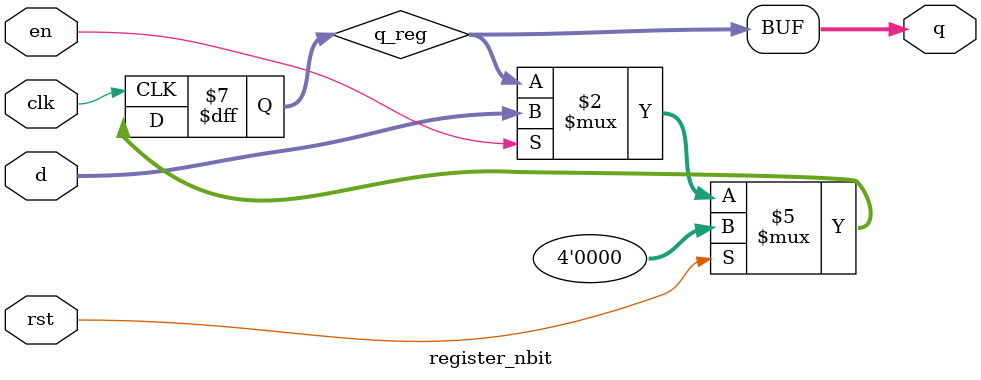
<source format=v>
module register_nbit #(
    parameter N = 4  // You can change this to any desired bit-width
)(
    input wire clk,
    input wire rst,
    input wire en,
    input wire [N-1:0] d,
    output wire [N-1:0] q
);
    reg [N-1:0] q_reg;

    always @(posedge clk) begin
        if (rst)
            q_reg <= {N{1'b0}};  // Reset all bits to 0
        else if (en)
            q_reg <= d;          // Load input vector
    end

    assign q = q_reg;
endmodule


</source>
